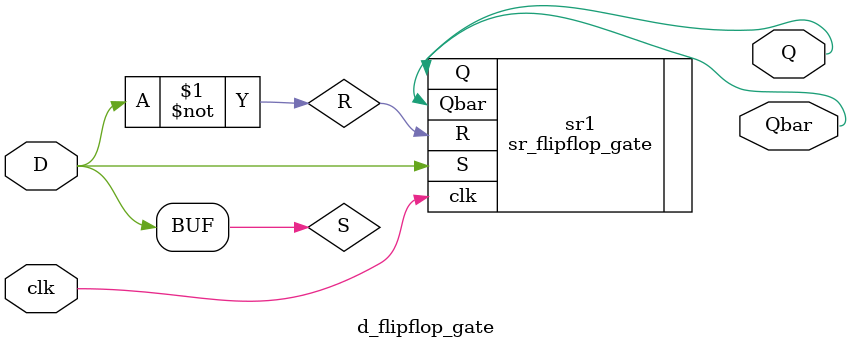
<source format=v>
module d_flipflop_gate (
    input D, clk,
    output Q, Qbar
);
    wire S, R;

    not (R, D);
    assign S = D;

    sr_flipflop_gate sr1 (.S(S), .R(R), .clk(clk), .Q(Q), .Qbar(Qbar));
endmodule

</source>
